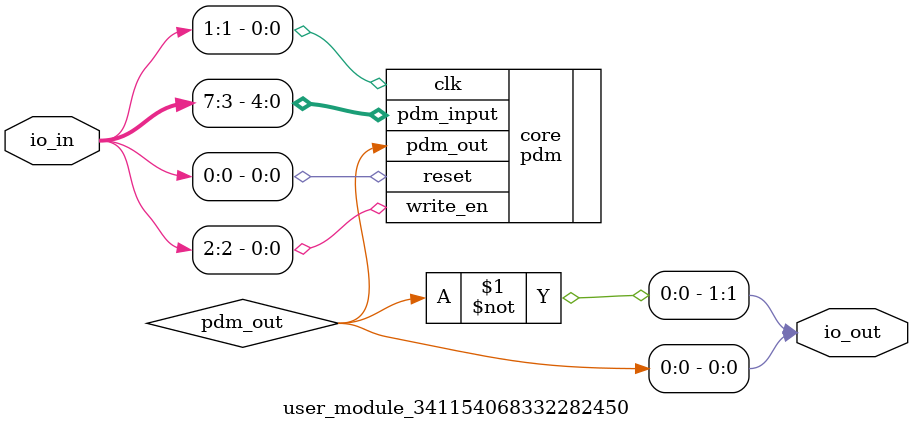
<source format=v>
`default_nettype none

module user_module_341154068332282450(
  input [7:0] io_in, 
  output [7:0] io_out
);

  wire pdm_out;

  assign io_out[0] = pdm_out;
  assign io_out[1] = ~pdm_out;

  pdm core(
    .pdm_input(io_in[7:3]),
    .write_en(io_in[2]),
    .clk(io_in[1]),
    .reset(io_in[0]),
    .pdm_out(pdm_out)
  );

endmodule

</source>
